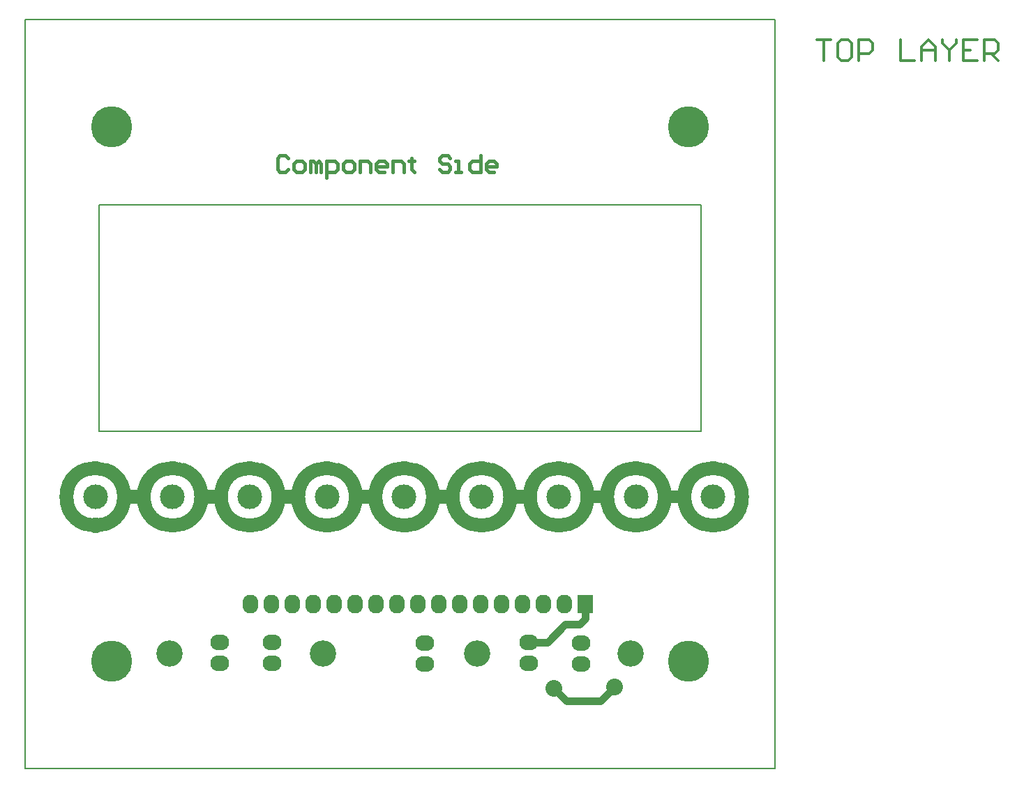
<source format=gtl>
%FSLAX25Y25*%
%MOIN*%
G70*
G01*
G75*
G04 Layer_Physical_Order=1*
G04 Layer_Color=255*
%ADD10C,0.06693*%
%ADD11C,0.06000*%
%ADD12C,0.03600*%
%ADD13C,0.00800*%
%ADD14C,0.00787*%
%ADD15C,0.01575*%
%ADD16C,0.01400*%
%ADD17O,0.09000X0.07500*%
%ADD18O,0.07500X0.09000*%
%ADD19R,0.07500X0.09000*%
%ADD20C,0.11811*%
%ADD21C,0.19685*%
%ADD22C,0.12598*%
%ADD23C,0.08000*%
%ADD24C,0.07500*%
D10*
X714567Y492126D02*
G03*
X687008Y492126I-13780J0D01*
G01*
X677657D02*
G03*
X650098Y492126I-13780J0D01*
G01*
X714567D02*
G03*
X687008Y492126I-13780J0D01*
G01*
X714567D02*
G03*
X687008Y492126I-13780J0D01*
G01*
X640748D02*
G03*
X613189Y492126I-13780J0D01*
G01*
X640748D02*
G03*
X613189Y492126I-13780J0D01*
G01*
X677657D02*
G03*
X650098Y492126I-13780J0D01*
G01*
X677657D02*
G03*
X650098Y492126I-13780J0D01*
G01*
X687008D02*
G03*
X714567Y492126I13780J0D01*
G01*
X650098D02*
G03*
X677657Y492126I13780J0D01*
G01*
X613189D02*
G03*
X640748Y492126I13780J0D01*
G01*
X603839D02*
G03*
X576279Y492126I-13780J0D01*
G01*
X603839D02*
G03*
X576279Y492126I-13780J0D01*
G01*
X640748D02*
G03*
X613189Y492126I-13780J0D01*
G01*
X603839D02*
G03*
X576279Y492126I-13780J0D01*
G01*
X566929D02*
G03*
X539370Y492126I-13780J0D01*
G01*
X530020D02*
G03*
X502461Y492126I-13780J0D01*
G01*
X566929D02*
G03*
X539370Y492126I-13780J0D01*
G01*
X566929D02*
G03*
X539370Y492126I-13780J0D01*
G01*
X530020D02*
G03*
X502461Y492126I-13780J0D01*
G01*
X530020D02*
G03*
X502461Y492126I-13780J0D01*
G01*
X650098D02*
G03*
X677657Y492126I13780J0D01*
G01*
X613189D02*
G03*
X640748Y492126I13780J0D01*
G01*
X687008D02*
G03*
X714567Y492126I13780J0D01*
G01*
X650098D02*
G03*
X677657Y492126I13780J0D01*
G01*
X576279D02*
G03*
X603839Y492126I13780J0D01*
G01*
X576279D02*
G03*
X603839Y492126I13780J0D01*
G01*
X613189D02*
G03*
X640748Y492126I13780J0D01*
G01*
X687008D02*
G03*
X714567Y492126I13780J0D01*
G01*
X576279D02*
G03*
X603839Y492126I13780J0D01*
G01*
X539370D02*
G03*
X566929Y492126I13780J0D01*
G01*
X539370D02*
G03*
X566929Y492126I13780J0D01*
G01*
X539370D02*
G03*
X566929Y492126I13780J0D01*
G01*
X502461D02*
G03*
X530020Y492126I13780J0D01*
G01*
X502461D02*
G03*
X530020Y492126I13780J0D01*
G01*
X502461D02*
G03*
X530020Y492126I13780J0D01*
G01*
X493110D02*
G03*
X465551Y492126I-13780J0D01*
G01*
X493110D02*
G03*
X465551Y492126I-13780J0D01*
G01*
D02*
G03*
X493110Y492126I13780J0D01*
G01*
D02*
G03*
X465551Y492126I-13780J0D01*
G01*
X456201D02*
G03*
X428642Y492126I-13780J0D01*
G01*
X456201D02*
G03*
X428642Y492126I-13780J0D01*
G01*
D02*
G03*
X456201Y492126I13780J0D01*
G01*
X465551D02*
G03*
X493110Y492126I13780J0D01*
G01*
X465551D02*
G03*
X493110Y492126I13780J0D01*
G01*
X456201D02*
G03*
X428642Y492126I-13780J0D01*
G01*
X419291D02*
G03*
X391732Y492126I-13780J0D01*
G01*
X428642D02*
G03*
X456201Y492126I13780J0D01*
G01*
X419291D02*
G03*
X391732Y492126I-13780J0D01*
G01*
X419291D02*
G03*
X391732Y492126I-13780J0D01*
G01*
X419291D02*
G03*
X391732Y492126I-13780J0D01*
G01*
X428642D02*
G03*
X456201Y492126I13780J0D01*
G01*
X419291D02*
G03*
X419291Y492126I-13780J0D01*
G01*
X603839D02*
X613189D01*
X566929D02*
X576279D01*
X530020D02*
X539370D01*
X493110D02*
X502461D01*
X456201D02*
X465551D01*
X419291D02*
X428642D01*
D11*
X677657D02*
X687008D01*
X640748D02*
X650098D01*
D12*
X637000Y431000D02*
X639685Y433685D01*
Y440945D01*
X647000Y394500D02*
X653500Y401000D01*
X630500Y394500D02*
X647000D01*
X624500Y400500D02*
X630500Y394500D01*
X630000Y431000D02*
X637000D01*
X621500Y422500D02*
X630000Y431000D01*
X612500Y422500D02*
X621500D01*
D13*
X372047Y362205D02*
X730315D01*
X372047D02*
Y720472D01*
X730315D01*
Y362205D02*
Y720472D01*
D14*
X407480Y523622D02*
Y631890D01*
Y523622D02*
X694882D01*
Y631890D01*
X407480D02*
X694882D01*
D15*
X497748Y654060D02*
X496436Y655372D01*
X493812D01*
X492500Y654060D01*
Y648812D01*
X493812Y647500D01*
X496436D01*
X497748Y648812D01*
X501683Y647500D02*
X504307D01*
X505619Y648812D01*
Y651436D01*
X504307Y652748D01*
X501683D01*
X500372Y651436D01*
Y648812D01*
X501683Y647500D01*
X508243D02*
Y652748D01*
X509555D01*
X510867Y651436D01*
Y647500D01*
Y651436D01*
X512179Y652748D01*
X513491Y651436D01*
Y647500D01*
X516114Y644876D02*
Y652748D01*
X520050D01*
X521362Y651436D01*
Y648812D01*
X520050Y647500D01*
X516114D01*
X525298D02*
X527922D01*
X529234Y648812D01*
Y651436D01*
X527922Y652748D01*
X525298D01*
X523986Y651436D01*
Y648812D01*
X525298Y647500D01*
X531857D02*
Y652748D01*
X535793D01*
X537105Y651436D01*
Y647500D01*
X543665D02*
X541041D01*
X539729Y648812D01*
Y651436D01*
X541041Y652748D01*
X543665D01*
X544977Y651436D01*
Y650124D01*
X539729D01*
X547600Y647500D02*
Y652748D01*
X551536D01*
X552848Y651436D01*
Y647500D01*
X556784Y654060D02*
Y652748D01*
X555472D01*
X558096D01*
X556784D01*
Y648812D01*
X558096Y647500D01*
X575150Y654060D02*
X573839Y655372D01*
X571215D01*
X569903Y654060D01*
Y652748D01*
X571215Y651436D01*
X573839D01*
X575150Y650124D01*
Y648812D01*
X573839Y647500D01*
X571215D01*
X569903Y648812D01*
X577774Y647500D02*
X580398D01*
X579086D01*
Y652748D01*
X577774D01*
X589582Y655372D02*
Y647500D01*
X585646D01*
X584334Y648812D01*
Y651436D01*
X585646Y652748D01*
X589582D01*
X596141Y647500D02*
X593517D01*
X592205Y648812D01*
Y651436D01*
X593517Y652748D01*
X596141D01*
X597453Y651436D01*
Y650124D01*
X592205D01*
D16*
X750374Y710784D02*
X757038D01*
X753706D01*
Y700787D01*
X765369Y710784D02*
X762037D01*
X760371Y709118D01*
Y702454D01*
X762037Y700787D01*
X765369D01*
X767035Y702454D01*
Y709118D01*
X765369Y710784D01*
X770368Y700787D02*
Y710784D01*
X775366D01*
X777032Y709118D01*
Y705786D01*
X775366Y704120D01*
X770368D01*
X790361Y710784D02*
Y700787D01*
X797026D01*
X800358D02*
Y707452D01*
X803690Y710784D01*
X807022Y707452D01*
Y700787D01*
Y705786D01*
X800358D01*
X810355Y710784D02*
Y709118D01*
X813687Y705786D01*
X817019Y709118D01*
Y710784D01*
X813687Y705786D02*
Y700787D01*
X827016Y710784D02*
X820351D01*
Y700787D01*
X827016D01*
X820351Y705786D02*
X823684D01*
X830348Y700787D02*
Y710784D01*
X835347D01*
X837013Y709118D01*
Y705786D01*
X835347Y704120D01*
X830348D01*
X833680D02*
X837013Y700787D01*
D17*
X612500Y422500D02*
D03*
Y412500D02*
D03*
X465000D02*
D03*
Y422500D02*
D03*
X490000D02*
D03*
Y412500D02*
D03*
X562992Y412323D02*
D03*
Y422323D02*
D03*
X637500Y422323D02*
D03*
Y412323D02*
D03*
D18*
X629685Y440945D02*
D03*
X619685D02*
D03*
X609685D02*
D03*
X599685D02*
D03*
X589685D02*
D03*
X579685D02*
D03*
X569685D02*
D03*
X559685D02*
D03*
X549685D02*
D03*
X539685D02*
D03*
X529685D02*
D03*
X519685D02*
D03*
X509685D02*
D03*
X499685D02*
D03*
X489685D02*
D03*
X479685D02*
D03*
D19*
X639685D02*
D03*
D20*
X700787Y492126D02*
D03*
X442421D02*
D03*
X405512D02*
D03*
X479331D02*
D03*
X553150D02*
D03*
X516240D02*
D03*
X626968D02*
D03*
X590059D02*
D03*
X663878D02*
D03*
D21*
X413386Y413386D02*
D03*
X688976D02*
D03*
Y669291D02*
D03*
X413386D02*
D03*
D22*
X440945Y417323D02*
D03*
X514436D02*
D03*
X587926D02*
D03*
X661417D02*
D03*
D23*
X653500Y401000D02*
D03*
X624500Y400500D02*
D03*
D24*
X405512Y478346D02*
D03*
M02*

</source>
